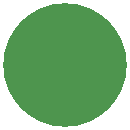
<source format=gbr>
G04 #@! TF.FileFunction,Soldermask,Bot*
%FSLAX46Y46*%
G04 Gerber Fmt 4.6, Leading zero omitted, Abs format (unit mm)*
G04 Created by KiCad (PCBNEW 4.0.6) date 07/30/18 22:38:16*
%MOMM*%
%LPD*%
G01*
G04 APERTURE LIST*
%ADD10C,0.304800*%
%ADD11C,10.464800*%
G04 APERTURE END LIST*
D10*
D11*
X101600000Y-101600000D03*
M02*

</source>
